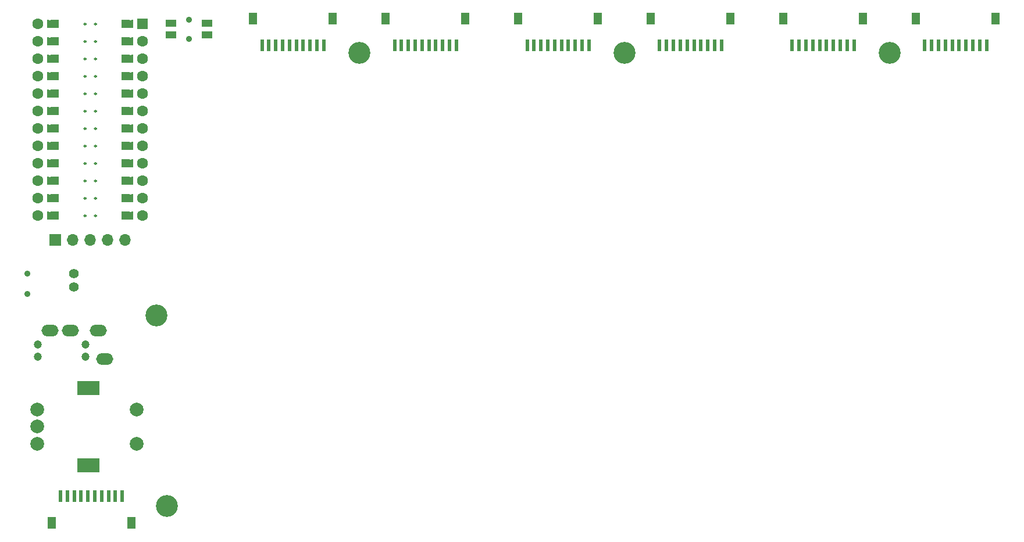
<source format=gbs>
G04 #@! TF.GenerationSoftware,KiCad,Pcbnew,7.0.8*
G04 #@! TF.CreationDate,2023-10-21T22:22:21-07:00*
G04 #@! TF.ProjectId,Seismos_5CoreR,53656973-6d6f-4735-9f35-436f7265522e,rev?*
G04 #@! TF.SameCoordinates,Original*
G04 #@! TF.FileFunction,Soldermask,Bot*
G04 #@! TF.FilePolarity,Negative*
%FSLAX46Y46*%
G04 Gerber Fmt 4.6, Leading zero omitted, Abs format (unit mm)*
G04 Created by KiCad (PCBNEW 7.0.8) date 2023-10-21 22:22:21*
%MOMM*%
%LPD*%
G01*
G04 APERTURE LIST*
G04 Aperture macros list*
%AMFreePoly0*
4,1,6,0.600000,0.200000,0.000000,-0.400000,-0.600000,0.200000,-0.600000,0.400000,0.600000,0.400000,0.600000,0.200000,0.600000,0.200000,$1*%
%AMFreePoly1*
4,1,6,0.600000,-0.250000,-0.600000,-0.250000,-0.600000,1.000000,0.000000,0.400000,0.600000,1.000000,0.600000,-0.250000,0.600000,-0.250000,$1*%
G04 Aperture macros list end*
%ADD10C,0.250000*%
%ADD11C,0.100000*%
%ADD12C,3.200000*%
%ADD13C,2.000000*%
%ADD14R,3.200000X2.000000*%
%ADD15C,1.200000*%
%ADD16O,2.500000X1.700000*%
%ADD17R,1.700000X1.700000*%
%ADD18O,1.700000X1.700000*%
%ADD19C,0.900000*%
%ADD20C,1.400000*%
%ADD21C,1.600000*%
%ADD22R,1.600000X1.600000*%
%ADD23FreePoly0,270.000000*%
%ADD24FreePoly0,90.000000*%
%ADD25FreePoly1,90.000000*%
%ADD26FreePoly1,270.000000*%
%ADD27R,0.600000X1.700000*%
%ADD28R,1.200000X1.800000*%
%ADD29R,1.550000X1.000000*%
G04 APERTURE END LIST*
D10*
X42237000Y-22286000D02*
G75*
G03*
X42237000Y-22286000I-125000J0D01*
G01*
X40713000Y-22286000D02*
G75*
G03*
X40713000Y-22286000I-125000J0D01*
G01*
X42237000Y-24826000D02*
G75*
G03*
X42237000Y-24826000I-125000J0D01*
G01*
X40713000Y-24826000D02*
G75*
G03*
X40713000Y-24826000I-125000J0D01*
G01*
X42237000Y-27366000D02*
G75*
G03*
X42237000Y-27366000I-125000J0D01*
G01*
X40713000Y-27366000D02*
G75*
G03*
X40713000Y-27366000I-125000J0D01*
G01*
X42237000Y-29906000D02*
G75*
G03*
X42237000Y-29906000I-125000J0D01*
G01*
X40713000Y-29906000D02*
G75*
G03*
X40713000Y-29906000I-125000J0D01*
G01*
X42237000Y-32446000D02*
G75*
G03*
X42237000Y-32446000I-125000J0D01*
G01*
X40713000Y-32446000D02*
G75*
G03*
X40713000Y-32446000I-125000J0D01*
G01*
X42237000Y-34986000D02*
G75*
G03*
X42237000Y-34986000I-125000J0D01*
G01*
X40713000Y-34986000D02*
G75*
G03*
X40713000Y-34986000I-125000J0D01*
G01*
X42237000Y-37526000D02*
G75*
G03*
X42237000Y-37526000I-125000J0D01*
G01*
X40713000Y-37526000D02*
G75*
G03*
X40713000Y-37526000I-125000J0D01*
G01*
X42237000Y-40066000D02*
G75*
G03*
X42237000Y-40066000I-125000J0D01*
G01*
X40713000Y-40066000D02*
G75*
G03*
X40713000Y-40066000I-125000J0D01*
G01*
X42237000Y-42606000D02*
G75*
G03*
X42237000Y-42606000I-125000J0D01*
G01*
X40713000Y-42606000D02*
G75*
G03*
X40713000Y-42606000I-125000J0D01*
G01*
X42237000Y-45146000D02*
G75*
G03*
X42237000Y-45146000I-125000J0D01*
G01*
X40713000Y-45146000D02*
G75*
G03*
X40713000Y-45146000I-125000J0D01*
G01*
X42237000Y-47686000D02*
G75*
G03*
X42237000Y-47686000I-125000J0D01*
G01*
X40713000Y-47686000D02*
G75*
G03*
X40713000Y-47686000I-125000J0D01*
G01*
X42237000Y-50226000D02*
G75*
G03*
X42237000Y-50226000I-125000J0D01*
G01*
X40713000Y-50226000D02*
G75*
G03*
X40713000Y-50226000I-125000J0D01*
G01*
D11*
X36270000Y-22794000D02*
X35254000Y-22794000D01*
X35254000Y-21778000D01*
X36270000Y-21778000D01*
X36270000Y-22794000D01*
G36*
X36270000Y-22794000D02*
G01*
X35254000Y-22794000D01*
X35254000Y-21778000D01*
X36270000Y-21778000D01*
X36270000Y-22794000D01*
G37*
X47446000Y-22794000D02*
X46430000Y-22794000D01*
X46430000Y-21778000D01*
X47446000Y-21778000D01*
X47446000Y-22794000D01*
G36*
X47446000Y-22794000D02*
G01*
X46430000Y-22794000D01*
X46430000Y-21778000D01*
X47446000Y-21778000D01*
X47446000Y-22794000D01*
G37*
X36270000Y-25334000D02*
X35254000Y-25334000D01*
X35254000Y-24318000D01*
X36270000Y-24318000D01*
X36270000Y-25334000D01*
G36*
X36270000Y-25334000D02*
G01*
X35254000Y-25334000D01*
X35254000Y-24318000D01*
X36270000Y-24318000D01*
X36270000Y-25334000D01*
G37*
X47446000Y-25334000D02*
X46430000Y-25334000D01*
X46430000Y-24318000D01*
X47446000Y-24318000D01*
X47446000Y-25334000D01*
G36*
X47446000Y-25334000D02*
G01*
X46430000Y-25334000D01*
X46430000Y-24318000D01*
X47446000Y-24318000D01*
X47446000Y-25334000D01*
G37*
X36270000Y-27874000D02*
X35254000Y-27874000D01*
X35254000Y-26858000D01*
X36270000Y-26858000D01*
X36270000Y-27874000D01*
G36*
X36270000Y-27874000D02*
G01*
X35254000Y-27874000D01*
X35254000Y-26858000D01*
X36270000Y-26858000D01*
X36270000Y-27874000D01*
G37*
X47446000Y-27874000D02*
X46430000Y-27874000D01*
X46430000Y-26858000D01*
X47446000Y-26858000D01*
X47446000Y-27874000D01*
G36*
X47446000Y-27874000D02*
G01*
X46430000Y-27874000D01*
X46430000Y-26858000D01*
X47446000Y-26858000D01*
X47446000Y-27874000D01*
G37*
X36270000Y-30414000D02*
X35254000Y-30414000D01*
X35254000Y-29398000D01*
X36270000Y-29398000D01*
X36270000Y-30414000D01*
G36*
X36270000Y-30414000D02*
G01*
X35254000Y-30414000D01*
X35254000Y-29398000D01*
X36270000Y-29398000D01*
X36270000Y-30414000D01*
G37*
X47446000Y-30414000D02*
X46430000Y-30414000D01*
X46430000Y-29398000D01*
X47446000Y-29398000D01*
X47446000Y-30414000D01*
G36*
X47446000Y-30414000D02*
G01*
X46430000Y-30414000D01*
X46430000Y-29398000D01*
X47446000Y-29398000D01*
X47446000Y-30414000D01*
G37*
X36270000Y-32954000D02*
X35254000Y-32954000D01*
X35254000Y-31938000D01*
X36270000Y-31938000D01*
X36270000Y-32954000D01*
G36*
X36270000Y-32954000D02*
G01*
X35254000Y-32954000D01*
X35254000Y-31938000D01*
X36270000Y-31938000D01*
X36270000Y-32954000D01*
G37*
X47446000Y-32954000D02*
X46430000Y-32954000D01*
X46430000Y-31938000D01*
X47446000Y-31938000D01*
X47446000Y-32954000D01*
G36*
X47446000Y-32954000D02*
G01*
X46430000Y-32954000D01*
X46430000Y-31938000D01*
X47446000Y-31938000D01*
X47446000Y-32954000D01*
G37*
X36270000Y-35494000D02*
X35254000Y-35494000D01*
X35254000Y-34478000D01*
X36270000Y-34478000D01*
X36270000Y-35494000D01*
G36*
X36270000Y-35494000D02*
G01*
X35254000Y-35494000D01*
X35254000Y-34478000D01*
X36270000Y-34478000D01*
X36270000Y-35494000D01*
G37*
X47446000Y-35494000D02*
X46430000Y-35494000D01*
X46430000Y-34478000D01*
X47446000Y-34478000D01*
X47446000Y-35494000D01*
G36*
X47446000Y-35494000D02*
G01*
X46430000Y-35494000D01*
X46430000Y-34478000D01*
X47446000Y-34478000D01*
X47446000Y-35494000D01*
G37*
X36270000Y-38034000D02*
X35254000Y-38034000D01*
X35254000Y-37018000D01*
X36270000Y-37018000D01*
X36270000Y-38034000D01*
G36*
X36270000Y-38034000D02*
G01*
X35254000Y-38034000D01*
X35254000Y-37018000D01*
X36270000Y-37018000D01*
X36270000Y-38034000D01*
G37*
X47446000Y-38034000D02*
X46430000Y-38034000D01*
X46430000Y-37018000D01*
X47446000Y-37018000D01*
X47446000Y-38034000D01*
G36*
X47446000Y-38034000D02*
G01*
X46430000Y-38034000D01*
X46430000Y-37018000D01*
X47446000Y-37018000D01*
X47446000Y-38034000D01*
G37*
X36270000Y-40574000D02*
X35254000Y-40574000D01*
X35254000Y-39558000D01*
X36270000Y-39558000D01*
X36270000Y-40574000D01*
G36*
X36270000Y-40574000D02*
G01*
X35254000Y-40574000D01*
X35254000Y-39558000D01*
X36270000Y-39558000D01*
X36270000Y-40574000D01*
G37*
X47446000Y-40574000D02*
X46430000Y-40574000D01*
X46430000Y-39558000D01*
X47446000Y-39558000D01*
X47446000Y-40574000D01*
G36*
X47446000Y-40574000D02*
G01*
X46430000Y-40574000D01*
X46430000Y-39558000D01*
X47446000Y-39558000D01*
X47446000Y-40574000D01*
G37*
X36270000Y-43114000D02*
X35254000Y-43114000D01*
X35254000Y-42098000D01*
X36270000Y-42098000D01*
X36270000Y-43114000D01*
G36*
X36270000Y-43114000D02*
G01*
X35254000Y-43114000D01*
X35254000Y-42098000D01*
X36270000Y-42098000D01*
X36270000Y-43114000D01*
G37*
X47446000Y-43114000D02*
X46430000Y-43114000D01*
X46430000Y-42098000D01*
X47446000Y-42098000D01*
X47446000Y-43114000D01*
G36*
X47446000Y-43114000D02*
G01*
X46430000Y-43114000D01*
X46430000Y-42098000D01*
X47446000Y-42098000D01*
X47446000Y-43114000D01*
G37*
X36270000Y-45654000D02*
X35254000Y-45654000D01*
X35254000Y-44638000D01*
X36270000Y-44638000D01*
X36270000Y-45654000D01*
G36*
X36270000Y-45654000D02*
G01*
X35254000Y-45654000D01*
X35254000Y-44638000D01*
X36270000Y-44638000D01*
X36270000Y-45654000D01*
G37*
X47446000Y-45654000D02*
X46430000Y-45654000D01*
X46430000Y-44638000D01*
X47446000Y-44638000D01*
X47446000Y-45654000D01*
G36*
X47446000Y-45654000D02*
G01*
X46430000Y-45654000D01*
X46430000Y-44638000D01*
X47446000Y-44638000D01*
X47446000Y-45654000D01*
G37*
X36270000Y-48194000D02*
X35254000Y-48194000D01*
X35254000Y-47178000D01*
X36270000Y-47178000D01*
X36270000Y-48194000D01*
G36*
X36270000Y-48194000D02*
G01*
X35254000Y-48194000D01*
X35254000Y-47178000D01*
X36270000Y-47178000D01*
X36270000Y-48194000D01*
G37*
X47446000Y-48194000D02*
X46430000Y-48194000D01*
X46430000Y-47178000D01*
X47446000Y-47178000D01*
X47446000Y-48194000D01*
G36*
X47446000Y-48194000D02*
G01*
X46430000Y-48194000D01*
X46430000Y-47178000D01*
X47446000Y-47178000D01*
X47446000Y-48194000D01*
G37*
X36270000Y-50734000D02*
X35254000Y-50734000D01*
X35254000Y-49718000D01*
X36270000Y-49718000D01*
X36270000Y-50734000D01*
G36*
X36270000Y-50734000D02*
G01*
X35254000Y-50734000D01*
X35254000Y-49718000D01*
X36270000Y-49718000D01*
X36270000Y-50734000D01*
G37*
X47446000Y-50734000D02*
X46430000Y-50734000D01*
X46430000Y-49718000D01*
X47446000Y-49718000D01*
X47446000Y-50734000D01*
G36*
X47446000Y-50734000D02*
G01*
X46430000Y-50734000D01*
X46430000Y-49718000D01*
X47446000Y-49718000D01*
X47446000Y-50734000D01*
G37*
D12*
X51000000Y-64750000D03*
D13*
X33610000Y-78460000D03*
X33610000Y-83460000D03*
X33610000Y-80960000D03*
D14*
X41110000Y-75360000D03*
X41110000Y-86560000D03*
D13*
X48110000Y-83460000D03*
X48110000Y-78460000D03*
D15*
X33670000Y-70775000D03*
X40670000Y-70775000D03*
X33670000Y-69025000D03*
X40670000Y-69025000D03*
D16*
X42470000Y-66925000D03*
X38470000Y-66925000D03*
X35470000Y-66925000D03*
X43470000Y-71125000D03*
D17*
X36284000Y-53766000D03*
D18*
X38824000Y-53766000D03*
X41364000Y-53766000D03*
X43904000Y-53766000D03*
X46444000Y-53766000D03*
D19*
X32200000Y-58632000D03*
X32200000Y-61632000D03*
D20*
X38949500Y-60632000D03*
X38949500Y-58632000D03*
D12*
X80500000Y-26500000D03*
D21*
X48970000Y-22286000D03*
D22*
X48970000Y-22286000D03*
D23*
X47192000Y-22286000D03*
D24*
X35508000Y-22286000D03*
D21*
X33730000Y-22286000D03*
X48970000Y-24826000D03*
D23*
X47192000Y-24826000D03*
D24*
X35508000Y-24826000D03*
D21*
X33730000Y-24826000D03*
X48970000Y-27366000D03*
D23*
X47192000Y-27366000D03*
D24*
X35508000Y-27366000D03*
D21*
X33730000Y-27366000D03*
X48970000Y-29906000D03*
D23*
X47192000Y-29906000D03*
D24*
X35508000Y-29906000D03*
D21*
X33730000Y-29906000D03*
X48970000Y-32446000D03*
D23*
X47192000Y-32446000D03*
D24*
X35508000Y-32446000D03*
D21*
X33730000Y-32446000D03*
X48970000Y-34986000D03*
D23*
X47192000Y-34986000D03*
D24*
X35508000Y-34986000D03*
D21*
X33730000Y-34986000D03*
X48970000Y-37526000D03*
D23*
X47192000Y-37526000D03*
D24*
X35508000Y-37526000D03*
D21*
X33730000Y-37526000D03*
X48970000Y-40066000D03*
D23*
X47192000Y-40066000D03*
D24*
X35508000Y-40066000D03*
D21*
X33730000Y-40066000D03*
X48970000Y-42606000D03*
D23*
X47192000Y-42606000D03*
D24*
X35508000Y-42606000D03*
D21*
X33730000Y-42606000D03*
X48970000Y-45146000D03*
D23*
X47192000Y-45146000D03*
D24*
X35508000Y-45146000D03*
D21*
X33730000Y-45146000D03*
X48970000Y-47686000D03*
D23*
X47192000Y-47686000D03*
D24*
X35508000Y-47686000D03*
D21*
X33730000Y-47686000D03*
X48970000Y-50226000D03*
D23*
X47192000Y-50226000D03*
D24*
X35508000Y-50226000D03*
D21*
X33730000Y-50226000D03*
D25*
X36524000Y-22286000D03*
X36524000Y-24826000D03*
X36524000Y-27366000D03*
X36524000Y-29906000D03*
X36524000Y-32446000D03*
X36524000Y-34986000D03*
X36524000Y-37526000D03*
X36524000Y-40066000D03*
X36524000Y-42606000D03*
X36524000Y-45146000D03*
X36524000Y-47686000D03*
X36524000Y-50226000D03*
D26*
X46176000Y-50226000D03*
X46176000Y-47686000D03*
X46176000Y-45146000D03*
X46176000Y-42606000D03*
X46176000Y-40066000D03*
X46176000Y-37526000D03*
X46176000Y-34986000D03*
X46176000Y-32446000D03*
X46176000Y-29906000D03*
X46176000Y-27366000D03*
X46176000Y-24826000D03*
X46176000Y-22286000D03*
D12*
X157700000Y-26500000D03*
X52500000Y-92500000D03*
X119100000Y-26500000D03*
D27*
X66350000Y-25386000D03*
X67350000Y-25386000D03*
X68350000Y-25385000D03*
X69350000Y-25385000D03*
X70350000Y-25385000D03*
X71350000Y-25385000D03*
X72350000Y-25385000D03*
X73350000Y-25385000D03*
X74350000Y-25385000D03*
X75350000Y-25385000D03*
D28*
X65050000Y-21510000D03*
X76650000Y-21510000D03*
D27*
X85650000Y-25386000D03*
X86650000Y-25386000D03*
X87650000Y-25385000D03*
X88650000Y-25385000D03*
X89650000Y-25385000D03*
X90650000Y-25385000D03*
X91650000Y-25385000D03*
X92650000Y-25385000D03*
X93650000Y-25385000D03*
X94650000Y-25385000D03*
D28*
X84350000Y-21510000D03*
X95950000Y-21510000D03*
D19*
X55712500Y-24449500D03*
X55712500Y-21649500D03*
D29*
X58312500Y-23899500D03*
X58312500Y-22199500D03*
X53112500Y-23899500D03*
X53112500Y-22199500D03*
D27*
X46000000Y-91114000D03*
X45000000Y-91114000D03*
X44000000Y-91115000D03*
X43000000Y-91115000D03*
X42000000Y-91115000D03*
X41000000Y-91115000D03*
X40000000Y-91115000D03*
X39000000Y-91115000D03*
X38000000Y-91115000D03*
X37000000Y-91115000D03*
D28*
X47300000Y-94990000D03*
X35700000Y-94990000D03*
D27*
X162850000Y-25386000D03*
X163850000Y-25386000D03*
X164850000Y-25385000D03*
X165850000Y-25385000D03*
X166850000Y-25385000D03*
X167850000Y-25385000D03*
X168850000Y-25385000D03*
X169850000Y-25385000D03*
X170850000Y-25385000D03*
X171850000Y-25385000D03*
D28*
X161550000Y-21510000D03*
X173150000Y-21510000D03*
D27*
X124250000Y-25386000D03*
X125250000Y-25386000D03*
X126250000Y-25385000D03*
X127250000Y-25385000D03*
X128250000Y-25385000D03*
X129250000Y-25385000D03*
X130250000Y-25385000D03*
X131250000Y-25385000D03*
X132250000Y-25385000D03*
X133250000Y-25385000D03*
D28*
X122950000Y-21510000D03*
X134550000Y-21510000D03*
D27*
X104950000Y-25386000D03*
X105950000Y-25386000D03*
X106950000Y-25385000D03*
X107950000Y-25385000D03*
X108950000Y-25385000D03*
X109950000Y-25385000D03*
X110950000Y-25385000D03*
X111950000Y-25385000D03*
X112950000Y-25385000D03*
X113950000Y-25385000D03*
D28*
X103650000Y-21510000D03*
X115250000Y-21510000D03*
D27*
X143550000Y-25386000D03*
X144550000Y-25386000D03*
X145550000Y-25385000D03*
X146550000Y-25385000D03*
X147550000Y-25385000D03*
X148550000Y-25385000D03*
X149550000Y-25385000D03*
X150550000Y-25385000D03*
X151550000Y-25385000D03*
X152550000Y-25385000D03*
D28*
X142250000Y-21510000D03*
X153850000Y-21510000D03*
M02*

</source>
